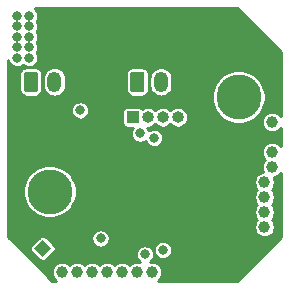
<source format=gbr>
G04 #@! TF.GenerationSoftware,KiCad,Pcbnew,5.1.5+dfsg1-2build2*
G04 #@! TF.CreationDate,2021-02-09T17:16:18+01:00*
G04 #@! TF.ProjectId,base2.0,62617365-322e-4302-9e6b-696361645f70,rev?*
G04 #@! TF.SameCoordinates,Original*
G04 #@! TF.FileFunction,Copper,L2,Inr*
G04 #@! TF.FilePolarity,Positive*
%FSLAX46Y46*%
G04 Gerber Fmt 4.6, Leading zero omitted, Abs format (unit mm)*
G04 Created by KiCad (PCBNEW 5.1.5+dfsg1-2build2) date 2021-02-09 17:16:18*
%MOMM*%
%LPD*%
G04 APERTURE LIST*
G04 #@! TA.AperFunction,ViaPad*
%ADD10C,1.000000*%
G04 #@! TD*
G04 #@! TA.AperFunction,ViaPad*
%ADD11O,1.200000X1.750000*%
G04 #@! TD*
G04 #@! TA.AperFunction,ViaPad*
%ADD12C,0.350000*%
G04 #@! TD*
G04 #@! TA.AperFunction,ViaPad*
%ADD13C,1.000000*%
G04 #@! TD*
G04 #@! TA.AperFunction,ViaPad*
%ADD14O,1.000000X1.000000*%
G04 #@! TD*
G04 #@! TA.AperFunction,ViaPad*
%ADD15R,1.000000X1.000000*%
G04 #@! TD*
G04 #@! TA.AperFunction,ViaPad*
%ADD16C,3.800000*%
G04 #@! TD*
G04 #@! TA.AperFunction,ViaPad*
%ADD17C,0.800000*%
G04 #@! TD*
G04 #@! TA.AperFunction,Conductor*
%ADD18C,0.254000*%
G04 #@! TD*
G04 APERTURE END LIST*
D10*
G04 #@! TO.N,+3V3*
G04 #@! TO.C,U2*
X157324501Y-108810501D03*
G04 #@! TO.N,GND*
X157324501Y-110080501D03*
G04 #@! TO.N,I2C_SDA*
X157324501Y-111350501D03*
G04 #@! TO.N,I2C_SCL*
X157324501Y-112620501D03*
G04 #@! TO.N,FDCAN_TX*
X156689501Y-113890501D03*
G04 #@! TO.N,FDCAN_RX*
X156689501Y-115160501D03*
G04 #@! TO.N,USART1_RX*
X156689501Y-116430501D03*
G04 #@! TO.N,USART1_TX*
X156689501Y-117700501D03*
G04 #@! TO.N,GND*
X148434501Y-121510501D03*
G04 #@! TO.N,USART2*
X147164501Y-121510501D03*
G04 #@! TO.N,MOSI*
X145894501Y-121510501D03*
G04 #@! TO.N,MISO*
X144624501Y-121510501D03*
G04 #@! TO.N,SCK*
X143354501Y-121510501D03*
G04 #@! TO.N,ADC2*
X142084501Y-121510501D03*
G04 #@! TO.N,ADC1*
X140814501Y-121510501D03*
G04 #@! TO.N,VCC*
X139544501Y-121510501D03*
G04 #@! TD*
D11*
G04 #@! TO.N,GND*
G04 #@! TO.C,S2*
X140906000Y-105410000D03*
G04 #@! TO.N,VCC*
X138906000Y-105410000D03*
G04 #@! TA.AperFunction,ViaPad*
D12*
G04 #@! TO.N,USART2*
G36*
X137280505Y-104536204D02*
G01*
X137304773Y-104539804D01*
X137328572Y-104545765D01*
X137351671Y-104554030D01*
X137373850Y-104564520D01*
X137394893Y-104577132D01*
X137414599Y-104591747D01*
X137432777Y-104608223D01*
X137449253Y-104626401D01*
X137463868Y-104646107D01*
X137476480Y-104667150D01*
X137486970Y-104689329D01*
X137495235Y-104712428D01*
X137501196Y-104736227D01*
X137504796Y-104760495D01*
X137506000Y-104784999D01*
X137506000Y-106035001D01*
X137504796Y-106059505D01*
X137501196Y-106083773D01*
X137495235Y-106107572D01*
X137486970Y-106130671D01*
X137476480Y-106152850D01*
X137463868Y-106173893D01*
X137449253Y-106193599D01*
X137432777Y-106211777D01*
X137414599Y-106228253D01*
X137394893Y-106242868D01*
X137373850Y-106255480D01*
X137351671Y-106265970D01*
X137328572Y-106274235D01*
X137304773Y-106280196D01*
X137280505Y-106283796D01*
X137256001Y-106285000D01*
X136555999Y-106285000D01*
X136531495Y-106283796D01*
X136507227Y-106280196D01*
X136483428Y-106274235D01*
X136460329Y-106265970D01*
X136438150Y-106255480D01*
X136417107Y-106242868D01*
X136397401Y-106228253D01*
X136379223Y-106211777D01*
X136362747Y-106193599D01*
X136348132Y-106173893D01*
X136335520Y-106152850D01*
X136325030Y-106130671D01*
X136316765Y-106107572D01*
X136310804Y-106083773D01*
X136307204Y-106059505D01*
X136306000Y-106035001D01*
X136306000Y-104784999D01*
X136307204Y-104760495D01*
X136310804Y-104736227D01*
X136316765Y-104712428D01*
X136325030Y-104689329D01*
X136335520Y-104667150D01*
X136348132Y-104646107D01*
X136362747Y-104626401D01*
X136379223Y-104608223D01*
X136397401Y-104591747D01*
X136417107Y-104577132D01*
X136438150Y-104564520D01*
X136460329Y-104554030D01*
X136483428Y-104545765D01*
X136507227Y-104539804D01*
X136531495Y-104536204D01*
X136555999Y-104535000D01*
X137256001Y-104535000D01*
X137280505Y-104536204D01*
G37*
G04 #@! TD.AperFunction*
G04 #@! TD*
D11*
G04 #@! TO.N,GND*
G04 #@! TO.C,S1*
X149923000Y-105410000D03*
G04 #@! TO.N,VCC*
X147923000Y-105410000D03*
G04 #@! TA.AperFunction,ViaPad*
D12*
G04 #@! TO.N,USART2*
G36*
X146297505Y-104536204D02*
G01*
X146321773Y-104539804D01*
X146345572Y-104545765D01*
X146368671Y-104554030D01*
X146390850Y-104564520D01*
X146411893Y-104577132D01*
X146431599Y-104591747D01*
X146449777Y-104608223D01*
X146466253Y-104626401D01*
X146480868Y-104646107D01*
X146493480Y-104667150D01*
X146503970Y-104689329D01*
X146512235Y-104712428D01*
X146518196Y-104736227D01*
X146521796Y-104760495D01*
X146523000Y-104784999D01*
X146523000Y-106035001D01*
X146521796Y-106059505D01*
X146518196Y-106083773D01*
X146512235Y-106107572D01*
X146503970Y-106130671D01*
X146493480Y-106152850D01*
X146480868Y-106173893D01*
X146466253Y-106193599D01*
X146449777Y-106211777D01*
X146431599Y-106228253D01*
X146411893Y-106242868D01*
X146390850Y-106255480D01*
X146368671Y-106265970D01*
X146345572Y-106274235D01*
X146321773Y-106280196D01*
X146297505Y-106283796D01*
X146273001Y-106285000D01*
X145572999Y-106285000D01*
X145548495Y-106283796D01*
X145524227Y-106280196D01*
X145500428Y-106274235D01*
X145477329Y-106265970D01*
X145455150Y-106255480D01*
X145434107Y-106242868D01*
X145414401Y-106228253D01*
X145396223Y-106211777D01*
X145379747Y-106193599D01*
X145365132Y-106173893D01*
X145352520Y-106152850D01*
X145342030Y-106130671D01*
X145333765Y-106107572D01*
X145327804Y-106083773D01*
X145324204Y-106059505D01*
X145323000Y-106035001D01*
X145323000Y-104784999D01*
X145324204Y-104760495D01*
X145327804Y-104736227D01*
X145333765Y-104712428D01*
X145342030Y-104689329D01*
X145352520Y-104667150D01*
X145365132Y-104646107D01*
X145379747Y-104626401D01*
X145396223Y-104608223D01*
X145414401Y-104591747D01*
X145434107Y-104577132D01*
X145455150Y-104564520D01*
X145477329Y-104554030D01*
X145500428Y-104545765D01*
X145524227Y-104539804D01*
X145548495Y-104536204D01*
X145572999Y-104535000D01*
X146273001Y-104535000D01*
X146297505Y-104536204D01*
G37*
G04 #@! TD.AperFunction*
G04 #@! TD*
D13*
G04 #@! TO.N,GND*
G04 #@! TO.C,J4*
X137023974Y-118608974D02*
X137023974Y-118608974D01*
G04 #@! TA.AperFunction,ViaPad*
D12*
G04 #@! TO.N,NRTS*
G36*
X137922000Y-120214107D02*
G01*
X137214893Y-119507000D01*
X137922000Y-118799893D01*
X138629107Y-119507000D01*
X137922000Y-120214107D01*
G37*
G04 #@! TD.AperFunction*
G04 #@! TD*
D14*
G04 #@! TO.N,GND*
G04 #@! TO.C,J3*
X150622000Y-108407200D03*
G04 #@! TO.N,JTMS-SWDIO*
X149352000Y-108407200D03*
G04 #@! TO.N,JTCK-SWCLI*
X148082000Y-108407200D03*
G04 #@! TO.N,+3V3*
X146812000Y-108407200D03*
D15*
G04 #@! TO.N,VCC*
X145542000Y-108407200D03*
G04 #@! TD*
D16*
G04 #@! TO.N,Net-(J2-Pad1)*
G04 #@! TO.C,J2*
X154500000Y-106700000D03*
G04 #@! TD*
G04 #@! TO.N,Net-(J1-Pad1)*
G04 #@! TO.C,J1*
X138500000Y-114700000D03*
G04 #@! TD*
D17*
G04 #@! TO.N,+3V3*
X136779000Y-99822000D03*
X135763000Y-99822000D03*
X136779000Y-100711000D03*
X135763000Y-100711000D03*
X135763000Y-101600000D03*
X136779000Y-101600000D03*
X136779000Y-102489000D03*
X136779000Y-103378000D03*
X135763000Y-102489000D03*
X135763000Y-103378000D03*
X148082000Y-119634000D03*
G04 #@! TO.N,GND*
X150749000Y-99949000D03*
X150749000Y-100965000D03*
X151765000Y-100965000D03*
X151765000Y-99949000D03*
X152781000Y-99949000D03*
X152781000Y-100965000D03*
X153797000Y-100965000D03*
X153797000Y-99949000D03*
X139192000Y-99695000D03*
X140081000Y-99695000D03*
X135763000Y-108204000D03*
X144780000Y-113030000D03*
X141224000Y-113919000D03*
X143741999Y-108077000D03*
G04 #@! TO.N,USART2*
X142809501Y-118662817D03*
X146558000Y-120015000D03*
X141097000Y-107823000D03*
G04 #@! TO.N,I2C_SDA*
X146151600Y-109778800D03*
G04 #@! TO.N,I2C_SCL*
X147357670Y-110137606D03*
G04 #@! TD*
D18*
G04 #@! TO.N,GND*
G36*
X158052502Y-102913082D02*
G01*
X158052502Y-108321473D01*
X158005711Y-108251446D01*
X157883556Y-108129291D01*
X157739916Y-108033314D01*
X157580312Y-107967204D01*
X157410878Y-107933501D01*
X157238124Y-107933501D01*
X157068690Y-107967204D01*
X156909086Y-108033314D01*
X156765446Y-108129291D01*
X156643291Y-108251446D01*
X156547314Y-108395086D01*
X156481204Y-108554690D01*
X156447501Y-108724124D01*
X156447501Y-108896878D01*
X156481204Y-109066312D01*
X156547314Y-109225916D01*
X156643291Y-109369556D01*
X156765446Y-109491711D01*
X156909086Y-109587688D01*
X157068690Y-109653798D01*
X157238124Y-109687501D01*
X157410878Y-109687501D01*
X157580312Y-109653798D01*
X157739916Y-109587688D01*
X157883556Y-109491711D01*
X158005711Y-109369556D01*
X158052502Y-109299529D01*
X158052501Y-110861473D01*
X158005711Y-110791446D01*
X157883556Y-110669291D01*
X157739916Y-110573314D01*
X157580312Y-110507204D01*
X157410878Y-110473501D01*
X157238124Y-110473501D01*
X157068690Y-110507204D01*
X156909086Y-110573314D01*
X156765446Y-110669291D01*
X156643291Y-110791446D01*
X156547314Y-110935086D01*
X156481204Y-111094690D01*
X156447501Y-111264124D01*
X156447501Y-111436878D01*
X156481204Y-111606312D01*
X156547314Y-111765916D01*
X156643291Y-111909556D01*
X156719236Y-111985501D01*
X156643291Y-112061446D01*
X156547314Y-112205086D01*
X156481204Y-112364690D01*
X156447501Y-112534124D01*
X156447501Y-112706878D01*
X156481204Y-112876312D01*
X156542985Y-113025464D01*
X156433690Y-113047204D01*
X156274086Y-113113314D01*
X156130446Y-113209291D01*
X156008291Y-113331446D01*
X155912314Y-113475086D01*
X155846204Y-113634690D01*
X155812501Y-113804124D01*
X155812501Y-113976878D01*
X155846204Y-114146312D01*
X155912314Y-114305916D01*
X156008291Y-114449556D01*
X156084236Y-114525501D01*
X156008291Y-114601446D01*
X155912314Y-114745086D01*
X155846204Y-114904690D01*
X155812501Y-115074124D01*
X155812501Y-115246878D01*
X155846204Y-115416312D01*
X155912314Y-115575916D01*
X156008291Y-115719556D01*
X156084236Y-115795501D01*
X156008291Y-115871446D01*
X155912314Y-116015086D01*
X155846204Y-116174690D01*
X155812501Y-116344124D01*
X155812501Y-116516878D01*
X155846204Y-116686312D01*
X155912314Y-116845916D01*
X156008291Y-116989556D01*
X156084236Y-117065501D01*
X156008291Y-117141446D01*
X155912314Y-117285086D01*
X155846204Y-117444690D01*
X155812501Y-117614124D01*
X155812501Y-117786878D01*
X155846204Y-117956312D01*
X155912314Y-118115916D01*
X156008291Y-118259556D01*
X156130446Y-118381711D01*
X156274086Y-118477688D01*
X156433690Y-118543798D01*
X156603124Y-118577501D01*
X156775878Y-118577501D01*
X156945312Y-118543798D01*
X157104916Y-118477688D01*
X157248556Y-118381711D01*
X157370711Y-118259556D01*
X157466688Y-118115916D01*
X157532798Y-117956312D01*
X157566501Y-117786878D01*
X157566501Y-117614124D01*
X157532798Y-117444690D01*
X157466688Y-117285086D01*
X157370711Y-117141446D01*
X157294766Y-117065501D01*
X157370711Y-116989556D01*
X157466688Y-116845916D01*
X157532798Y-116686312D01*
X157566501Y-116516878D01*
X157566501Y-116344124D01*
X157532798Y-116174690D01*
X157466688Y-116015086D01*
X157370711Y-115871446D01*
X157294766Y-115795501D01*
X157370711Y-115719556D01*
X157466688Y-115575916D01*
X157532798Y-115416312D01*
X157566501Y-115246878D01*
X157566501Y-115074124D01*
X157532798Y-114904690D01*
X157466688Y-114745086D01*
X157370711Y-114601446D01*
X157294766Y-114525501D01*
X157370711Y-114449556D01*
X157466688Y-114305916D01*
X157532798Y-114146312D01*
X157566501Y-113976878D01*
X157566501Y-113804124D01*
X157532798Y-113634690D01*
X157471017Y-113485538D01*
X157580312Y-113463798D01*
X157739916Y-113397688D01*
X157883556Y-113301711D01*
X158005711Y-113179556D01*
X158052501Y-113109529D01*
X158052501Y-118517921D01*
X154331922Y-122238501D01*
X147653530Y-122238501D01*
X147723556Y-122191711D01*
X147845711Y-122069556D01*
X147941688Y-121925916D01*
X148007798Y-121766312D01*
X148041501Y-121596878D01*
X148041501Y-121424124D01*
X148007798Y-121254690D01*
X147941688Y-121095086D01*
X147845711Y-120951446D01*
X147723556Y-120829291D01*
X147579916Y-120733314D01*
X147420312Y-120667204D01*
X147250878Y-120633501D01*
X147078124Y-120633501D01*
X147010900Y-120646873D01*
X147053309Y-120618536D01*
X147161536Y-120510309D01*
X147246569Y-120383048D01*
X147305141Y-120241643D01*
X147335000Y-120091528D01*
X147335000Y-119938472D01*
X147305141Y-119788357D01*
X147246569Y-119646952D01*
X147186781Y-119557472D01*
X147305000Y-119557472D01*
X147305000Y-119710528D01*
X147334859Y-119860643D01*
X147393431Y-120002048D01*
X147478464Y-120129309D01*
X147586691Y-120237536D01*
X147713952Y-120322569D01*
X147855357Y-120381141D01*
X148005472Y-120411000D01*
X148158528Y-120411000D01*
X148308643Y-120381141D01*
X148450048Y-120322569D01*
X148577309Y-120237536D01*
X148685536Y-120129309D01*
X148770569Y-120002048D01*
X148829141Y-119860643D01*
X148859000Y-119710528D01*
X148859000Y-119557472D01*
X148829141Y-119407357D01*
X148770569Y-119265952D01*
X148685536Y-119138691D01*
X148577309Y-119030464D01*
X148450048Y-118945431D01*
X148308643Y-118886859D01*
X148158528Y-118857000D01*
X148005472Y-118857000D01*
X147855357Y-118886859D01*
X147713952Y-118945431D01*
X147586691Y-119030464D01*
X147478464Y-119138691D01*
X147393431Y-119265952D01*
X147334859Y-119407357D01*
X147305000Y-119557472D01*
X147186781Y-119557472D01*
X147161536Y-119519691D01*
X147053309Y-119411464D01*
X146926048Y-119326431D01*
X146784643Y-119267859D01*
X146634528Y-119238000D01*
X146481472Y-119238000D01*
X146331357Y-119267859D01*
X146189952Y-119326431D01*
X146062691Y-119411464D01*
X145954464Y-119519691D01*
X145869431Y-119646952D01*
X145810859Y-119788357D01*
X145781000Y-119938472D01*
X145781000Y-120091528D01*
X145810859Y-120241643D01*
X145869431Y-120383048D01*
X145954464Y-120510309D01*
X146062691Y-120618536D01*
X146129261Y-120663017D01*
X145980878Y-120633501D01*
X145808124Y-120633501D01*
X145638690Y-120667204D01*
X145479086Y-120733314D01*
X145335446Y-120829291D01*
X145259501Y-120905236D01*
X145183556Y-120829291D01*
X145039916Y-120733314D01*
X144880312Y-120667204D01*
X144710878Y-120633501D01*
X144538124Y-120633501D01*
X144368690Y-120667204D01*
X144209086Y-120733314D01*
X144065446Y-120829291D01*
X143989501Y-120905236D01*
X143913556Y-120829291D01*
X143769916Y-120733314D01*
X143610312Y-120667204D01*
X143440878Y-120633501D01*
X143268124Y-120633501D01*
X143098690Y-120667204D01*
X142939086Y-120733314D01*
X142795446Y-120829291D01*
X142719501Y-120905236D01*
X142643556Y-120829291D01*
X142499916Y-120733314D01*
X142340312Y-120667204D01*
X142170878Y-120633501D01*
X141998124Y-120633501D01*
X141828690Y-120667204D01*
X141669086Y-120733314D01*
X141525446Y-120829291D01*
X141449501Y-120905236D01*
X141373556Y-120829291D01*
X141229916Y-120733314D01*
X141070312Y-120667204D01*
X140900878Y-120633501D01*
X140728124Y-120633501D01*
X140558690Y-120667204D01*
X140399086Y-120733314D01*
X140255446Y-120829291D01*
X140179501Y-120905236D01*
X140103556Y-120829291D01*
X139959916Y-120733314D01*
X139800312Y-120667204D01*
X139630878Y-120633501D01*
X139458124Y-120633501D01*
X139288690Y-120667204D01*
X139129086Y-120733314D01*
X138985446Y-120829291D01*
X138863291Y-120951446D01*
X138767314Y-121095086D01*
X138701204Y-121254690D01*
X138667501Y-121424124D01*
X138667501Y-121596878D01*
X138701204Y-121766312D01*
X138767314Y-121925916D01*
X138863291Y-122069556D01*
X138985446Y-122191711D01*
X139055472Y-122238501D01*
X138727081Y-122238501D01*
X135995580Y-119507000D01*
X136836069Y-119507000D01*
X136843348Y-119580905D01*
X136864905Y-119651970D01*
X136899912Y-119717463D01*
X136947024Y-119774869D01*
X137654131Y-120481976D01*
X137711537Y-120529088D01*
X137777030Y-120564095D01*
X137848095Y-120585652D01*
X137922000Y-120592931D01*
X137995905Y-120585652D01*
X138066970Y-120564095D01*
X138132463Y-120529088D01*
X138189869Y-120481976D01*
X138896976Y-119774869D01*
X138944088Y-119717463D01*
X138979095Y-119651970D01*
X139000652Y-119580905D01*
X139007931Y-119507000D01*
X139000652Y-119433095D01*
X138979095Y-119362030D01*
X138944088Y-119296537D01*
X138896976Y-119239131D01*
X138244134Y-118586289D01*
X142032501Y-118586289D01*
X142032501Y-118739345D01*
X142062360Y-118889460D01*
X142120932Y-119030865D01*
X142205965Y-119158126D01*
X142314192Y-119266353D01*
X142441453Y-119351386D01*
X142582858Y-119409958D01*
X142732973Y-119439817D01*
X142886029Y-119439817D01*
X143036144Y-119409958D01*
X143177549Y-119351386D01*
X143304810Y-119266353D01*
X143413037Y-119158126D01*
X143498070Y-119030865D01*
X143556642Y-118889460D01*
X143586501Y-118739345D01*
X143586501Y-118586289D01*
X143556642Y-118436174D01*
X143498070Y-118294769D01*
X143413037Y-118167508D01*
X143304810Y-118059281D01*
X143177549Y-117974248D01*
X143036144Y-117915676D01*
X142886029Y-117885817D01*
X142732973Y-117885817D01*
X142582858Y-117915676D01*
X142441453Y-117974248D01*
X142314192Y-118059281D01*
X142205965Y-118167508D01*
X142120932Y-118294769D01*
X142062360Y-118436174D01*
X142032501Y-118586289D01*
X138244134Y-118586289D01*
X138189869Y-118532024D01*
X138132463Y-118484912D01*
X138066970Y-118449905D01*
X137995905Y-118428348D01*
X137922000Y-118421069D01*
X137848095Y-118428348D01*
X137777030Y-118449905D01*
X137711537Y-118484912D01*
X137654131Y-118532024D01*
X136947024Y-119239131D01*
X136899912Y-119296537D01*
X136864905Y-119362030D01*
X136843348Y-119433095D01*
X136836069Y-119507000D01*
X135995580Y-119507000D01*
X135006501Y-118517922D01*
X135006501Y-114475735D01*
X136223000Y-114475735D01*
X136223000Y-114924265D01*
X136310504Y-115364176D01*
X136482149Y-115778564D01*
X136731339Y-116151503D01*
X137048497Y-116468661D01*
X137421436Y-116717851D01*
X137835824Y-116889496D01*
X138275735Y-116977000D01*
X138724265Y-116977000D01*
X139164176Y-116889496D01*
X139578564Y-116717851D01*
X139951503Y-116468661D01*
X140268661Y-116151503D01*
X140517851Y-115778564D01*
X140689496Y-115364176D01*
X140777000Y-114924265D01*
X140777000Y-114475735D01*
X140689496Y-114035824D01*
X140517851Y-113621436D01*
X140268661Y-113248497D01*
X139951503Y-112931339D01*
X139578564Y-112682149D01*
X139164176Y-112510504D01*
X138724265Y-112423000D01*
X138275735Y-112423000D01*
X137835824Y-112510504D01*
X137421436Y-112682149D01*
X137048497Y-112931339D01*
X136731339Y-113248497D01*
X136482149Y-113621436D01*
X136310504Y-114035824D01*
X136223000Y-114475735D01*
X135006501Y-114475735D01*
X135006501Y-107746472D01*
X140320000Y-107746472D01*
X140320000Y-107899528D01*
X140349859Y-108049643D01*
X140408431Y-108191048D01*
X140493464Y-108318309D01*
X140601691Y-108426536D01*
X140728952Y-108511569D01*
X140870357Y-108570141D01*
X141020472Y-108600000D01*
X141173528Y-108600000D01*
X141323643Y-108570141D01*
X141465048Y-108511569D01*
X141592309Y-108426536D01*
X141700536Y-108318309D01*
X141785569Y-108191048D01*
X141844141Y-108049643D01*
X141872473Y-107907200D01*
X144663176Y-107907200D01*
X144663176Y-108907200D01*
X144670455Y-108981105D01*
X144692012Y-109052170D01*
X144727019Y-109117663D01*
X144774131Y-109175069D01*
X144831537Y-109222181D01*
X144897030Y-109257188D01*
X144968095Y-109278745D01*
X145042000Y-109286024D01*
X145546372Y-109286024D01*
X145463031Y-109410752D01*
X145404459Y-109552157D01*
X145374600Y-109702272D01*
X145374600Y-109855328D01*
X145404459Y-110005443D01*
X145463031Y-110146848D01*
X145548064Y-110274109D01*
X145656291Y-110382336D01*
X145783552Y-110467369D01*
X145924957Y-110525941D01*
X146075072Y-110555800D01*
X146228128Y-110555800D01*
X146378243Y-110525941D01*
X146519648Y-110467369D01*
X146624283Y-110397454D01*
X146669101Y-110505654D01*
X146754134Y-110632915D01*
X146862361Y-110741142D01*
X146989622Y-110826175D01*
X147131027Y-110884747D01*
X147281142Y-110914606D01*
X147434198Y-110914606D01*
X147584313Y-110884747D01*
X147725718Y-110826175D01*
X147852979Y-110741142D01*
X147961206Y-110632915D01*
X148046239Y-110505654D01*
X148104811Y-110364249D01*
X148134670Y-110214134D01*
X148134670Y-110061078D01*
X148104811Y-109910963D01*
X148046239Y-109769558D01*
X147961206Y-109642297D01*
X147852979Y-109534070D01*
X147725718Y-109449037D01*
X147584313Y-109390465D01*
X147434198Y-109360606D01*
X147281142Y-109360606D01*
X147131027Y-109390465D01*
X146989622Y-109449037D01*
X146884987Y-109518952D01*
X146840169Y-109410752D01*
X146755610Y-109284200D01*
X146898377Y-109284200D01*
X147067811Y-109250497D01*
X147227415Y-109184387D01*
X147371055Y-109088410D01*
X147447000Y-109012465D01*
X147522945Y-109088410D01*
X147666585Y-109184387D01*
X147826189Y-109250497D01*
X147995623Y-109284200D01*
X148168377Y-109284200D01*
X148337811Y-109250497D01*
X148497415Y-109184387D01*
X148641055Y-109088410D01*
X148717000Y-109012465D01*
X148792945Y-109088410D01*
X148936585Y-109184387D01*
X149096189Y-109250497D01*
X149265623Y-109284200D01*
X149438377Y-109284200D01*
X149607811Y-109250497D01*
X149767415Y-109184387D01*
X149911055Y-109088410D01*
X150033210Y-108966255D01*
X150129187Y-108822615D01*
X150195297Y-108663011D01*
X150229000Y-108493577D01*
X150229000Y-108320823D01*
X150195297Y-108151389D01*
X150129187Y-107991785D01*
X150033210Y-107848145D01*
X149911055Y-107725990D01*
X149767415Y-107630013D01*
X149607811Y-107563903D01*
X149438377Y-107530200D01*
X149265623Y-107530200D01*
X149096189Y-107563903D01*
X148936585Y-107630013D01*
X148792945Y-107725990D01*
X148717000Y-107801935D01*
X148641055Y-107725990D01*
X148497415Y-107630013D01*
X148337811Y-107563903D01*
X148168377Y-107530200D01*
X147995623Y-107530200D01*
X147826189Y-107563903D01*
X147666585Y-107630013D01*
X147522945Y-107725990D01*
X147447000Y-107801935D01*
X147371055Y-107725990D01*
X147227415Y-107630013D01*
X147067811Y-107563903D01*
X146898377Y-107530200D01*
X146725623Y-107530200D01*
X146556189Y-107563903D01*
X146396585Y-107630013D01*
X146335641Y-107670734D01*
X146309869Y-107639331D01*
X146252463Y-107592219D01*
X146186970Y-107557212D01*
X146115905Y-107535655D01*
X146042000Y-107528376D01*
X145042000Y-107528376D01*
X144968095Y-107535655D01*
X144897030Y-107557212D01*
X144831537Y-107592219D01*
X144774131Y-107639331D01*
X144727019Y-107696737D01*
X144692012Y-107762230D01*
X144670455Y-107833295D01*
X144663176Y-107907200D01*
X141872473Y-107907200D01*
X141874000Y-107899528D01*
X141874000Y-107746472D01*
X141844141Y-107596357D01*
X141785569Y-107454952D01*
X141700536Y-107327691D01*
X141592309Y-107219464D01*
X141465048Y-107134431D01*
X141323643Y-107075859D01*
X141173528Y-107046000D01*
X141020472Y-107046000D01*
X140870357Y-107075859D01*
X140728952Y-107134431D01*
X140601691Y-107219464D01*
X140493464Y-107327691D01*
X140408431Y-107454952D01*
X140349859Y-107596357D01*
X140320000Y-107746472D01*
X135006501Y-107746472D01*
X135006501Y-104784999D01*
X135927176Y-104784999D01*
X135927176Y-106035001D01*
X135939259Y-106157678D01*
X135975042Y-106275641D01*
X136033152Y-106384356D01*
X136111354Y-106479646D01*
X136206644Y-106557848D01*
X136315359Y-106615958D01*
X136433322Y-106651741D01*
X136555999Y-106663824D01*
X137256001Y-106663824D01*
X137378678Y-106651741D01*
X137496641Y-106615958D01*
X137605356Y-106557848D01*
X137700646Y-106479646D01*
X137778848Y-106384356D01*
X137836958Y-106275641D01*
X137872741Y-106157678D01*
X137884824Y-106035001D01*
X137884824Y-105087008D01*
X137929000Y-105087008D01*
X137929000Y-105732993D01*
X137943137Y-105876525D01*
X137999003Y-106060691D01*
X138089725Y-106230418D01*
X138211815Y-106379186D01*
X138360583Y-106501276D01*
X138530310Y-106591997D01*
X138714476Y-106647863D01*
X138906000Y-106666727D01*
X139097525Y-106647863D01*
X139281691Y-106591997D01*
X139451418Y-106501276D01*
X139600186Y-106379186D01*
X139722276Y-106230418D01*
X139812997Y-106060691D01*
X139868863Y-105876524D01*
X139883000Y-105732992D01*
X139883000Y-105087007D01*
X139868863Y-104943475D01*
X139820790Y-104784999D01*
X144944176Y-104784999D01*
X144944176Y-106035001D01*
X144956259Y-106157678D01*
X144992042Y-106275641D01*
X145050152Y-106384356D01*
X145128354Y-106479646D01*
X145223644Y-106557848D01*
X145332359Y-106615958D01*
X145450322Y-106651741D01*
X145572999Y-106663824D01*
X146273001Y-106663824D01*
X146395678Y-106651741D01*
X146513641Y-106615958D01*
X146622356Y-106557848D01*
X146717646Y-106479646D01*
X146795848Y-106384356D01*
X146853958Y-106275641D01*
X146889741Y-106157678D01*
X146901824Y-106035001D01*
X146901824Y-105087008D01*
X146946000Y-105087008D01*
X146946000Y-105732993D01*
X146960137Y-105876525D01*
X147016003Y-106060691D01*
X147106725Y-106230418D01*
X147228815Y-106379186D01*
X147377583Y-106501276D01*
X147547310Y-106591997D01*
X147731476Y-106647863D01*
X147923000Y-106666727D01*
X148114525Y-106647863D01*
X148298691Y-106591997D01*
X148468418Y-106501276D01*
X148499539Y-106475735D01*
X152223000Y-106475735D01*
X152223000Y-106924265D01*
X152310504Y-107364176D01*
X152482149Y-107778564D01*
X152731339Y-108151503D01*
X153048497Y-108468661D01*
X153421436Y-108717851D01*
X153835824Y-108889496D01*
X154275735Y-108977000D01*
X154724265Y-108977000D01*
X155164176Y-108889496D01*
X155578564Y-108717851D01*
X155951503Y-108468661D01*
X156268661Y-108151503D01*
X156517851Y-107778564D01*
X156689496Y-107364176D01*
X156777000Y-106924265D01*
X156777000Y-106475735D01*
X156689496Y-106035824D01*
X156517851Y-105621436D01*
X156268661Y-105248497D01*
X155951503Y-104931339D01*
X155578564Y-104682149D01*
X155164176Y-104510504D01*
X154724265Y-104423000D01*
X154275735Y-104423000D01*
X153835824Y-104510504D01*
X153421436Y-104682149D01*
X153048497Y-104931339D01*
X152731339Y-105248497D01*
X152482149Y-105621436D01*
X152310504Y-106035824D01*
X152223000Y-106475735D01*
X148499539Y-106475735D01*
X148617186Y-106379186D01*
X148739276Y-106230418D01*
X148829997Y-106060691D01*
X148885863Y-105876524D01*
X148900000Y-105732992D01*
X148900000Y-105087007D01*
X148885863Y-104943475D01*
X148829997Y-104759309D01*
X148739276Y-104589582D01*
X148617186Y-104440814D01*
X148468418Y-104318724D01*
X148298690Y-104228003D01*
X148114524Y-104172137D01*
X147923000Y-104153273D01*
X147731475Y-104172137D01*
X147547309Y-104228003D01*
X147377582Y-104318724D01*
X147228814Y-104440814D01*
X147106724Y-104589582D01*
X147016003Y-104759310D01*
X146960137Y-104943476D01*
X146946000Y-105087008D01*
X146901824Y-105087008D01*
X146901824Y-104784999D01*
X146889741Y-104662322D01*
X146853958Y-104544359D01*
X146795848Y-104435644D01*
X146717646Y-104340354D01*
X146622356Y-104262152D01*
X146513641Y-104204042D01*
X146395678Y-104168259D01*
X146273001Y-104156176D01*
X145572999Y-104156176D01*
X145450322Y-104168259D01*
X145332359Y-104204042D01*
X145223644Y-104262152D01*
X145128354Y-104340354D01*
X145050152Y-104435644D01*
X144992042Y-104544359D01*
X144956259Y-104662322D01*
X144944176Y-104784999D01*
X139820790Y-104784999D01*
X139812997Y-104759309D01*
X139722276Y-104589582D01*
X139600186Y-104440814D01*
X139451418Y-104318724D01*
X139281690Y-104228003D01*
X139097524Y-104172137D01*
X138906000Y-104153273D01*
X138714475Y-104172137D01*
X138530309Y-104228003D01*
X138360582Y-104318724D01*
X138211814Y-104440814D01*
X138089724Y-104589582D01*
X137999003Y-104759310D01*
X137943137Y-104943476D01*
X137929000Y-105087008D01*
X137884824Y-105087008D01*
X137884824Y-104784999D01*
X137872741Y-104662322D01*
X137836958Y-104544359D01*
X137778848Y-104435644D01*
X137700646Y-104340354D01*
X137605356Y-104262152D01*
X137496641Y-104204042D01*
X137378678Y-104168259D01*
X137256001Y-104156176D01*
X136555999Y-104156176D01*
X136433322Y-104168259D01*
X136315359Y-104204042D01*
X136206644Y-104262152D01*
X136111354Y-104340354D01*
X136033152Y-104435644D01*
X135975042Y-104544359D01*
X135939259Y-104662322D01*
X135927176Y-104784999D01*
X135006501Y-104784999D01*
X135006501Y-103557596D01*
X135015859Y-103604643D01*
X135074431Y-103746048D01*
X135159464Y-103873309D01*
X135267691Y-103981536D01*
X135394952Y-104066569D01*
X135536357Y-104125141D01*
X135686472Y-104155000D01*
X135839528Y-104155000D01*
X135989643Y-104125141D01*
X136131048Y-104066569D01*
X136258309Y-103981536D01*
X136271000Y-103968845D01*
X136283691Y-103981536D01*
X136410952Y-104066569D01*
X136552357Y-104125141D01*
X136702472Y-104155000D01*
X136855528Y-104155000D01*
X137005643Y-104125141D01*
X137147048Y-104066569D01*
X137274309Y-103981536D01*
X137382536Y-103873309D01*
X137467569Y-103746048D01*
X137526141Y-103604643D01*
X137556000Y-103454528D01*
X137556000Y-103301472D01*
X137526141Y-103151357D01*
X137467569Y-103009952D01*
X137416485Y-102933500D01*
X137467569Y-102857048D01*
X137526141Y-102715643D01*
X137556000Y-102565528D01*
X137556000Y-102412472D01*
X137526141Y-102262357D01*
X137467569Y-102120952D01*
X137416485Y-102044500D01*
X137467569Y-101968048D01*
X137526141Y-101826643D01*
X137556000Y-101676528D01*
X137556000Y-101523472D01*
X137526141Y-101373357D01*
X137467569Y-101231952D01*
X137416485Y-101155500D01*
X137467569Y-101079048D01*
X137526141Y-100937643D01*
X137556000Y-100787528D01*
X137556000Y-100634472D01*
X137526141Y-100484357D01*
X137467569Y-100342952D01*
X137416485Y-100266500D01*
X137467569Y-100190048D01*
X137526141Y-100048643D01*
X137556000Y-99898528D01*
X137556000Y-99745472D01*
X137526141Y-99595357D01*
X137467569Y-99453952D01*
X137382536Y-99326691D01*
X137274309Y-99218464D01*
X137235453Y-99192501D01*
X154331922Y-99192501D01*
X158052502Y-102913082D01*
G37*
X158052502Y-102913082D02*
X158052502Y-108321473D01*
X158005711Y-108251446D01*
X157883556Y-108129291D01*
X157739916Y-108033314D01*
X157580312Y-107967204D01*
X157410878Y-107933501D01*
X157238124Y-107933501D01*
X157068690Y-107967204D01*
X156909086Y-108033314D01*
X156765446Y-108129291D01*
X156643291Y-108251446D01*
X156547314Y-108395086D01*
X156481204Y-108554690D01*
X156447501Y-108724124D01*
X156447501Y-108896878D01*
X156481204Y-109066312D01*
X156547314Y-109225916D01*
X156643291Y-109369556D01*
X156765446Y-109491711D01*
X156909086Y-109587688D01*
X157068690Y-109653798D01*
X157238124Y-109687501D01*
X157410878Y-109687501D01*
X157580312Y-109653798D01*
X157739916Y-109587688D01*
X157883556Y-109491711D01*
X158005711Y-109369556D01*
X158052502Y-109299529D01*
X158052501Y-110861473D01*
X158005711Y-110791446D01*
X157883556Y-110669291D01*
X157739916Y-110573314D01*
X157580312Y-110507204D01*
X157410878Y-110473501D01*
X157238124Y-110473501D01*
X157068690Y-110507204D01*
X156909086Y-110573314D01*
X156765446Y-110669291D01*
X156643291Y-110791446D01*
X156547314Y-110935086D01*
X156481204Y-111094690D01*
X156447501Y-111264124D01*
X156447501Y-111436878D01*
X156481204Y-111606312D01*
X156547314Y-111765916D01*
X156643291Y-111909556D01*
X156719236Y-111985501D01*
X156643291Y-112061446D01*
X156547314Y-112205086D01*
X156481204Y-112364690D01*
X156447501Y-112534124D01*
X156447501Y-112706878D01*
X156481204Y-112876312D01*
X156542985Y-113025464D01*
X156433690Y-113047204D01*
X156274086Y-113113314D01*
X156130446Y-113209291D01*
X156008291Y-113331446D01*
X155912314Y-113475086D01*
X155846204Y-113634690D01*
X155812501Y-113804124D01*
X155812501Y-113976878D01*
X155846204Y-114146312D01*
X155912314Y-114305916D01*
X156008291Y-114449556D01*
X156084236Y-114525501D01*
X156008291Y-114601446D01*
X155912314Y-114745086D01*
X155846204Y-114904690D01*
X155812501Y-115074124D01*
X155812501Y-115246878D01*
X155846204Y-115416312D01*
X155912314Y-115575916D01*
X156008291Y-115719556D01*
X156084236Y-115795501D01*
X156008291Y-115871446D01*
X155912314Y-116015086D01*
X155846204Y-116174690D01*
X155812501Y-116344124D01*
X155812501Y-116516878D01*
X155846204Y-116686312D01*
X155912314Y-116845916D01*
X156008291Y-116989556D01*
X156084236Y-117065501D01*
X156008291Y-117141446D01*
X155912314Y-117285086D01*
X155846204Y-117444690D01*
X155812501Y-117614124D01*
X155812501Y-117786878D01*
X155846204Y-117956312D01*
X155912314Y-118115916D01*
X156008291Y-118259556D01*
X156130446Y-118381711D01*
X156274086Y-118477688D01*
X156433690Y-118543798D01*
X156603124Y-118577501D01*
X156775878Y-118577501D01*
X156945312Y-118543798D01*
X157104916Y-118477688D01*
X157248556Y-118381711D01*
X157370711Y-118259556D01*
X157466688Y-118115916D01*
X157532798Y-117956312D01*
X157566501Y-117786878D01*
X157566501Y-117614124D01*
X157532798Y-117444690D01*
X157466688Y-117285086D01*
X157370711Y-117141446D01*
X157294766Y-117065501D01*
X157370711Y-116989556D01*
X157466688Y-116845916D01*
X157532798Y-116686312D01*
X157566501Y-116516878D01*
X157566501Y-116344124D01*
X157532798Y-116174690D01*
X157466688Y-116015086D01*
X157370711Y-115871446D01*
X157294766Y-115795501D01*
X157370711Y-115719556D01*
X157466688Y-115575916D01*
X157532798Y-115416312D01*
X157566501Y-115246878D01*
X157566501Y-115074124D01*
X157532798Y-114904690D01*
X157466688Y-114745086D01*
X157370711Y-114601446D01*
X157294766Y-114525501D01*
X157370711Y-114449556D01*
X157466688Y-114305916D01*
X157532798Y-114146312D01*
X157566501Y-113976878D01*
X157566501Y-113804124D01*
X157532798Y-113634690D01*
X157471017Y-113485538D01*
X157580312Y-113463798D01*
X157739916Y-113397688D01*
X157883556Y-113301711D01*
X158005711Y-113179556D01*
X158052501Y-113109529D01*
X158052501Y-118517921D01*
X154331922Y-122238501D01*
X147653530Y-122238501D01*
X147723556Y-122191711D01*
X147845711Y-122069556D01*
X147941688Y-121925916D01*
X148007798Y-121766312D01*
X148041501Y-121596878D01*
X148041501Y-121424124D01*
X148007798Y-121254690D01*
X147941688Y-121095086D01*
X147845711Y-120951446D01*
X147723556Y-120829291D01*
X147579916Y-120733314D01*
X147420312Y-120667204D01*
X147250878Y-120633501D01*
X147078124Y-120633501D01*
X147010900Y-120646873D01*
X147053309Y-120618536D01*
X147161536Y-120510309D01*
X147246569Y-120383048D01*
X147305141Y-120241643D01*
X147335000Y-120091528D01*
X147335000Y-119938472D01*
X147305141Y-119788357D01*
X147246569Y-119646952D01*
X147186781Y-119557472D01*
X147305000Y-119557472D01*
X147305000Y-119710528D01*
X147334859Y-119860643D01*
X147393431Y-120002048D01*
X147478464Y-120129309D01*
X147586691Y-120237536D01*
X147713952Y-120322569D01*
X147855357Y-120381141D01*
X148005472Y-120411000D01*
X148158528Y-120411000D01*
X148308643Y-120381141D01*
X148450048Y-120322569D01*
X148577309Y-120237536D01*
X148685536Y-120129309D01*
X148770569Y-120002048D01*
X148829141Y-119860643D01*
X148859000Y-119710528D01*
X148859000Y-119557472D01*
X148829141Y-119407357D01*
X148770569Y-119265952D01*
X148685536Y-119138691D01*
X148577309Y-119030464D01*
X148450048Y-118945431D01*
X148308643Y-118886859D01*
X148158528Y-118857000D01*
X148005472Y-118857000D01*
X147855357Y-118886859D01*
X147713952Y-118945431D01*
X147586691Y-119030464D01*
X147478464Y-119138691D01*
X147393431Y-119265952D01*
X147334859Y-119407357D01*
X147305000Y-119557472D01*
X147186781Y-119557472D01*
X147161536Y-119519691D01*
X147053309Y-119411464D01*
X146926048Y-119326431D01*
X146784643Y-119267859D01*
X146634528Y-119238000D01*
X146481472Y-119238000D01*
X146331357Y-119267859D01*
X146189952Y-119326431D01*
X146062691Y-119411464D01*
X145954464Y-119519691D01*
X145869431Y-119646952D01*
X145810859Y-119788357D01*
X145781000Y-119938472D01*
X145781000Y-120091528D01*
X145810859Y-120241643D01*
X145869431Y-120383048D01*
X145954464Y-120510309D01*
X146062691Y-120618536D01*
X146129261Y-120663017D01*
X145980878Y-120633501D01*
X145808124Y-120633501D01*
X145638690Y-120667204D01*
X145479086Y-120733314D01*
X145335446Y-120829291D01*
X145259501Y-120905236D01*
X145183556Y-120829291D01*
X145039916Y-120733314D01*
X144880312Y-120667204D01*
X144710878Y-120633501D01*
X144538124Y-120633501D01*
X144368690Y-120667204D01*
X144209086Y-120733314D01*
X144065446Y-120829291D01*
X143989501Y-120905236D01*
X143913556Y-120829291D01*
X143769916Y-120733314D01*
X143610312Y-120667204D01*
X143440878Y-120633501D01*
X143268124Y-120633501D01*
X143098690Y-120667204D01*
X142939086Y-120733314D01*
X142795446Y-120829291D01*
X142719501Y-120905236D01*
X142643556Y-120829291D01*
X142499916Y-120733314D01*
X142340312Y-120667204D01*
X142170878Y-120633501D01*
X141998124Y-120633501D01*
X141828690Y-120667204D01*
X141669086Y-120733314D01*
X141525446Y-120829291D01*
X141449501Y-120905236D01*
X141373556Y-120829291D01*
X141229916Y-120733314D01*
X141070312Y-120667204D01*
X140900878Y-120633501D01*
X140728124Y-120633501D01*
X140558690Y-120667204D01*
X140399086Y-120733314D01*
X140255446Y-120829291D01*
X140179501Y-120905236D01*
X140103556Y-120829291D01*
X139959916Y-120733314D01*
X139800312Y-120667204D01*
X139630878Y-120633501D01*
X139458124Y-120633501D01*
X139288690Y-120667204D01*
X139129086Y-120733314D01*
X138985446Y-120829291D01*
X138863291Y-120951446D01*
X138767314Y-121095086D01*
X138701204Y-121254690D01*
X138667501Y-121424124D01*
X138667501Y-121596878D01*
X138701204Y-121766312D01*
X138767314Y-121925916D01*
X138863291Y-122069556D01*
X138985446Y-122191711D01*
X139055472Y-122238501D01*
X138727081Y-122238501D01*
X135995580Y-119507000D01*
X136836069Y-119507000D01*
X136843348Y-119580905D01*
X136864905Y-119651970D01*
X136899912Y-119717463D01*
X136947024Y-119774869D01*
X137654131Y-120481976D01*
X137711537Y-120529088D01*
X137777030Y-120564095D01*
X137848095Y-120585652D01*
X137922000Y-120592931D01*
X137995905Y-120585652D01*
X138066970Y-120564095D01*
X138132463Y-120529088D01*
X138189869Y-120481976D01*
X138896976Y-119774869D01*
X138944088Y-119717463D01*
X138979095Y-119651970D01*
X139000652Y-119580905D01*
X139007931Y-119507000D01*
X139000652Y-119433095D01*
X138979095Y-119362030D01*
X138944088Y-119296537D01*
X138896976Y-119239131D01*
X138244134Y-118586289D01*
X142032501Y-118586289D01*
X142032501Y-118739345D01*
X142062360Y-118889460D01*
X142120932Y-119030865D01*
X142205965Y-119158126D01*
X142314192Y-119266353D01*
X142441453Y-119351386D01*
X142582858Y-119409958D01*
X142732973Y-119439817D01*
X142886029Y-119439817D01*
X143036144Y-119409958D01*
X143177549Y-119351386D01*
X143304810Y-119266353D01*
X143413037Y-119158126D01*
X143498070Y-119030865D01*
X143556642Y-118889460D01*
X143586501Y-118739345D01*
X143586501Y-118586289D01*
X143556642Y-118436174D01*
X143498070Y-118294769D01*
X143413037Y-118167508D01*
X143304810Y-118059281D01*
X143177549Y-117974248D01*
X143036144Y-117915676D01*
X142886029Y-117885817D01*
X142732973Y-117885817D01*
X142582858Y-117915676D01*
X142441453Y-117974248D01*
X142314192Y-118059281D01*
X142205965Y-118167508D01*
X142120932Y-118294769D01*
X142062360Y-118436174D01*
X142032501Y-118586289D01*
X138244134Y-118586289D01*
X138189869Y-118532024D01*
X138132463Y-118484912D01*
X138066970Y-118449905D01*
X137995905Y-118428348D01*
X137922000Y-118421069D01*
X137848095Y-118428348D01*
X137777030Y-118449905D01*
X137711537Y-118484912D01*
X137654131Y-118532024D01*
X136947024Y-119239131D01*
X136899912Y-119296537D01*
X136864905Y-119362030D01*
X136843348Y-119433095D01*
X136836069Y-119507000D01*
X135995580Y-119507000D01*
X135006501Y-118517922D01*
X135006501Y-114475735D01*
X136223000Y-114475735D01*
X136223000Y-114924265D01*
X136310504Y-115364176D01*
X136482149Y-115778564D01*
X136731339Y-116151503D01*
X137048497Y-116468661D01*
X137421436Y-116717851D01*
X137835824Y-116889496D01*
X138275735Y-116977000D01*
X138724265Y-116977000D01*
X139164176Y-116889496D01*
X139578564Y-116717851D01*
X139951503Y-116468661D01*
X140268661Y-116151503D01*
X140517851Y-115778564D01*
X140689496Y-115364176D01*
X140777000Y-114924265D01*
X140777000Y-114475735D01*
X140689496Y-114035824D01*
X140517851Y-113621436D01*
X140268661Y-113248497D01*
X139951503Y-112931339D01*
X139578564Y-112682149D01*
X139164176Y-112510504D01*
X138724265Y-112423000D01*
X138275735Y-112423000D01*
X137835824Y-112510504D01*
X137421436Y-112682149D01*
X137048497Y-112931339D01*
X136731339Y-113248497D01*
X136482149Y-113621436D01*
X136310504Y-114035824D01*
X136223000Y-114475735D01*
X135006501Y-114475735D01*
X135006501Y-107746472D01*
X140320000Y-107746472D01*
X140320000Y-107899528D01*
X140349859Y-108049643D01*
X140408431Y-108191048D01*
X140493464Y-108318309D01*
X140601691Y-108426536D01*
X140728952Y-108511569D01*
X140870357Y-108570141D01*
X141020472Y-108600000D01*
X141173528Y-108600000D01*
X141323643Y-108570141D01*
X141465048Y-108511569D01*
X141592309Y-108426536D01*
X141700536Y-108318309D01*
X141785569Y-108191048D01*
X141844141Y-108049643D01*
X141872473Y-107907200D01*
X144663176Y-107907200D01*
X144663176Y-108907200D01*
X144670455Y-108981105D01*
X144692012Y-109052170D01*
X144727019Y-109117663D01*
X144774131Y-109175069D01*
X144831537Y-109222181D01*
X144897030Y-109257188D01*
X144968095Y-109278745D01*
X145042000Y-109286024D01*
X145546372Y-109286024D01*
X145463031Y-109410752D01*
X145404459Y-109552157D01*
X145374600Y-109702272D01*
X145374600Y-109855328D01*
X145404459Y-110005443D01*
X145463031Y-110146848D01*
X145548064Y-110274109D01*
X145656291Y-110382336D01*
X145783552Y-110467369D01*
X145924957Y-110525941D01*
X146075072Y-110555800D01*
X146228128Y-110555800D01*
X146378243Y-110525941D01*
X146519648Y-110467369D01*
X146624283Y-110397454D01*
X146669101Y-110505654D01*
X146754134Y-110632915D01*
X146862361Y-110741142D01*
X146989622Y-110826175D01*
X147131027Y-110884747D01*
X147281142Y-110914606D01*
X147434198Y-110914606D01*
X147584313Y-110884747D01*
X147725718Y-110826175D01*
X147852979Y-110741142D01*
X147961206Y-110632915D01*
X148046239Y-110505654D01*
X148104811Y-110364249D01*
X148134670Y-110214134D01*
X148134670Y-110061078D01*
X148104811Y-109910963D01*
X148046239Y-109769558D01*
X147961206Y-109642297D01*
X147852979Y-109534070D01*
X147725718Y-109449037D01*
X147584313Y-109390465D01*
X147434198Y-109360606D01*
X147281142Y-109360606D01*
X147131027Y-109390465D01*
X146989622Y-109449037D01*
X146884987Y-109518952D01*
X146840169Y-109410752D01*
X146755610Y-109284200D01*
X146898377Y-109284200D01*
X147067811Y-109250497D01*
X147227415Y-109184387D01*
X147371055Y-109088410D01*
X147447000Y-109012465D01*
X147522945Y-109088410D01*
X147666585Y-109184387D01*
X147826189Y-109250497D01*
X147995623Y-109284200D01*
X148168377Y-109284200D01*
X148337811Y-109250497D01*
X148497415Y-109184387D01*
X148641055Y-109088410D01*
X148717000Y-109012465D01*
X148792945Y-109088410D01*
X148936585Y-109184387D01*
X149096189Y-109250497D01*
X149265623Y-109284200D01*
X149438377Y-109284200D01*
X149607811Y-109250497D01*
X149767415Y-109184387D01*
X149911055Y-109088410D01*
X150033210Y-108966255D01*
X150129187Y-108822615D01*
X150195297Y-108663011D01*
X150229000Y-108493577D01*
X150229000Y-108320823D01*
X150195297Y-108151389D01*
X150129187Y-107991785D01*
X150033210Y-107848145D01*
X149911055Y-107725990D01*
X149767415Y-107630013D01*
X149607811Y-107563903D01*
X149438377Y-107530200D01*
X149265623Y-107530200D01*
X149096189Y-107563903D01*
X148936585Y-107630013D01*
X148792945Y-107725990D01*
X148717000Y-107801935D01*
X148641055Y-107725990D01*
X148497415Y-107630013D01*
X148337811Y-107563903D01*
X148168377Y-107530200D01*
X147995623Y-107530200D01*
X147826189Y-107563903D01*
X147666585Y-107630013D01*
X147522945Y-107725990D01*
X147447000Y-107801935D01*
X147371055Y-107725990D01*
X147227415Y-107630013D01*
X147067811Y-107563903D01*
X146898377Y-107530200D01*
X146725623Y-107530200D01*
X146556189Y-107563903D01*
X146396585Y-107630013D01*
X146335641Y-107670734D01*
X146309869Y-107639331D01*
X146252463Y-107592219D01*
X146186970Y-107557212D01*
X146115905Y-107535655D01*
X146042000Y-107528376D01*
X145042000Y-107528376D01*
X144968095Y-107535655D01*
X144897030Y-107557212D01*
X144831537Y-107592219D01*
X144774131Y-107639331D01*
X144727019Y-107696737D01*
X144692012Y-107762230D01*
X144670455Y-107833295D01*
X144663176Y-107907200D01*
X141872473Y-107907200D01*
X141874000Y-107899528D01*
X141874000Y-107746472D01*
X141844141Y-107596357D01*
X141785569Y-107454952D01*
X141700536Y-107327691D01*
X141592309Y-107219464D01*
X141465048Y-107134431D01*
X141323643Y-107075859D01*
X141173528Y-107046000D01*
X141020472Y-107046000D01*
X140870357Y-107075859D01*
X140728952Y-107134431D01*
X140601691Y-107219464D01*
X140493464Y-107327691D01*
X140408431Y-107454952D01*
X140349859Y-107596357D01*
X140320000Y-107746472D01*
X135006501Y-107746472D01*
X135006501Y-104784999D01*
X135927176Y-104784999D01*
X135927176Y-106035001D01*
X135939259Y-106157678D01*
X135975042Y-106275641D01*
X136033152Y-106384356D01*
X136111354Y-106479646D01*
X136206644Y-106557848D01*
X136315359Y-106615958D01*
X136433322Y-106651741D01*
X136555999Y-106663824D01*
X137256001Y-106663824D01*
X137378678Y-106651741D01*
X137496641Y-106615958D01*
X137605356Y-106557848D01*
X137700646Y-106479646D01*
X137778848Y-106384356D01*
X137836958Y-106275641D01*
X137872741Y-106157678D01*
X137884824Y-106035001D01*
X137884824Y-105087008D01*
X137929000Y-105087008D01*
X137929000Y-105732993D01*
X137943137Y-105876525D01*
X137999003Y-106060691D01*
X138089725Y-106230418D01*
X138211815Y-106379186D01*
X138360583Y-106501276D01*
X138530310Y-106591997D01*
X138714476Y-106647863D01*
X138906000Y-106666727D01*
X139097525Y-106647863D01*
X139281691Y-106591997D01*
X139451418Y-106501276D01*
X139600186Y-106379186D01*
X139722276Y-106230418D01*
X139812997Y-106060691D01*
X139868863Y-105876524D01*
X139883000Y-105732992D01*
X139883000Y-105087007D01*
X139868863Y-104943475D01*
X139820790Y-104784999D01*
X144944176Y-104784999D01*
X144944176Y-106035001D01*
X144956259Y-106157678D01*
X144992042Y-106275641D01*
X145050152Y-106384356D01*
X145128354Y-106479646D01*
X145223644Y-106557848D01*
X145332359Y-106615958D01*
X145450322Y-106651741D01*
X145572999Y-106663824D01*
X146273001Y-106663824D01*
X146395678Y-106651741D01*
X146513641Y-106615958D01*
X146622356Y-106557848D01*
X146717646Y-106479646D01*
X146795848Y-106384356D01*
X146853958Y-106275641D01*
X146889741Y-106157678D01*
X146901824Y-106035001D01*
X146901824Y-105087008D01*
X146946000Y-105087008D01*
X146946000Y-105732993D01*
X146960137Y-105876525D01*
X147016003Y-106060691D01*
X147106725Y-106230418D01*
X147228815Y-106379186D01*
X147377583Y-106501276D01*
X147547310Y-106591997D01*
X147731476Y-106647863D01*
X147923000Y-106666727D01*
X148114525Y-106647863D01*
X148298691Y-106591997D01*
X148468418Y-106501276D01*
X148499539Y-106475735D01*
X152223000Y-106475735D01*
X152223000Y-106924265D01*
X152310504Y-107364176D01*
X152482149Y-107778564D01*
X152731339Y-108151503D01*
X153048497Y-108468661D01*
X153421436Y-108717851D01*
X153835824Y-108889496D01*
X154275735Y-108977000D01*
X154724265Y-108977000D01*
X155164176Y-108889496D01*
X155578564Y-108717851D01*
X155951503Y-108468661D01*
X156268661Y-108151503D01*
X156517851Y-107778564D01*
X156689496Y-107364176D01*
X156777000Y-106924265D01*
X156777000Y-106475735D01*
X156689496Y-106035824D01*
X156517851Y-105621436D01*
X156268661Y-105248497D01*
X155951503Y-104931339D01*
X155578564Y-104682149D01*
X155164176Y-104510504D01*
X154724265Y-104423000D01*
X154275735Y-104423000D01*
X153835824Y-104510504D01*
X153421436Y-104682149D01*
X153048497Y-104931339D01*
X152731339Y-105248497D01*
X152482149Y-105621436D01*
X152310504Y-106035824D01*
X152223000Y-106475735D01*
X148499539Y-106475735D01*
X148617186Y-106379186D01*
X148739276Y-106230418D01*
X148829997Y-106060691D01*
X148885863Y-105876524D01*
X148900000Y-105732992D01*
X148900000Y-105087007D01*
X148885863Y-104943475D01*
X148829997Y-104759309D01*
X148739276Y-104589582D01*
X148617186Y-104440814D01*
X148468418Y-104318724D01*
X148298690Y-104228003D01*
X148114524Y-104172137D01*
X147923000Y-104153273D01*
X147731475Y-104172137D01*
X147547309Y-104228003D01*
X147377582Y-104318724D01*
X147228814Y-104440814D01*
X147106724Y-104589582D01*
X147016003Y-104759310D01*
X146960137Y-104943476D01*
X146946000Y-105087008D01*
X146901824Y-105087008D01*
X146901824Y-104784999D01*
X146889741Y-104662322D01*
X146853958Y-104544359D01*
X146795848Y-104435644D01*
X146717646Y-104340354D01*
X146622356Y-104262152D01*
X146513641Y-104204042D01*
X146395678Y-104168259D01*
X146273001Y-104156176D01*
X145572999Y-104156176D01*
X145450322Y-104168259D01*
X145332359Y-104204042D01*
X145223644Y-104262152D01*
X145128354Y-104340354D01*
X145050152Y-104435644D01*
X144992042Y-104544359D01*
X144956259Y-104662322D01*
X144944176Y-104784999D01*
X139820790Y-104784999D01*
X139812997Y-104759309D01*
X139722276Y-104589582D01*
X139600186Y-104440814D01*
X139451418Y-104318724D01*
X139281690Y-104228003D01*
X139097524Y-104172137D01*
X138906000Y-104153273D01*
X138714475Y-104172137D01*
X138530309Y-104228003D01*
X138360582Y-104318724D01*
X138211814Y-104440814D01*
X138089724Y-104589582D01*
X137999003Y-104759310D01*
X137943137Y-104943476D01*
X137929000Y-105087008D01*
X137884824Y-105087008D01*
X137884824Y-104784999D01*
X137872741Y-104662322D01*
X137836958Y-104544359D01*
X137778848Y-104435644D01*
X137700646Y-104340354D01*
X137605356Y-104262152D01*
X137496641Y-104204042D01*
X137378678Y-104168259D01*
X137256001Y-104156176D01*
X136555999Y-104156176D01*
X136433322Y-104168259D01*
X136315359Y-104204042D01*
X136206644Y-104262152D01*
X136111354Y-104340354D01*
X136033152Y-104435644D01*
X135975042Y-104544359D01*
X135939259Y-104662322D01*
X135927176Y-104784999D01*
X135006501Y-104784999D01*
X135006501Y-103557596D01*
X135015859Y-103604643D01*
X135074431Y-103746048D01*
X135159464Y-103873309D01*
X135267691Y-103981536D01*
X135394952Y-104066569D01*
X135536357Y-104125141D01*
X135686472Y-104155000D01*
X135839528Y-104155000D01*
X135989643Y-104125141D01*
X136131048Y-104066569D01*
X136258309Y-103981536D01*
X136271000Y-103968845D01*
X136283691Y-103981536D01*
X136410952Y-104066569D01*
X136552357Y-104125141D01*
X136702472Y-104155000D01*
X136855528Y-104155000D01*
X137005643Y-104125141D01*
X137147048Y-104066569D01*
X137274309Y-103981536D01*
X137382536Y-103873309D01*
X137467569Y-103746048D01*
X137526141Y-103604643D01*
X137556000Y-103454528D01*
X137556000Y-103301472D01*
X137526141Y-103151357D01*
X137467569Y-103009952D01*
X137416485Y-102933500D01*
X137467569Y-102857048D01*
X137526141Y-102715643D01*
X137556000Y-102565528D01*
X137556000Y-102412472D01*
X137526141Y-102262357D01*
X137467569Y-102120952D01*
X137416485Y-102044500D01*
X137467569Y-101968048D01*
X137526141Y-101826643D01*
X137556000Y-101676528D01*
X137556000Y-101523472D01*
X137526141Y-101373357D01*
X137467569Y-101231952D01*
X137416485Y-101155500D01*
X137467569Y-101079048D01*
X137526141Y-100937643D01*
X137556000Y-100787528D01*
X137556000Y-100634472D01*
X137526141Y-100484357D01*
X137467569Y-100342952D01*
X137416485Y-100266500D01*
X137467569Y-100190048D01*
X137526141Y-100048643D01*
X137556000Y-99898528D01*
X137556000Y-99745472D01*
X137526141Y-99595357D01*
X137467569Y-99453952D01*
X137382536Y-99326691D01*
X137274309Y-99218464D01*
X137235453Y-99192501D01*
X154331922Y-99192501D01*
X158052502Y-102913082D01*
G04 #@! TD*
M02*

</source>
